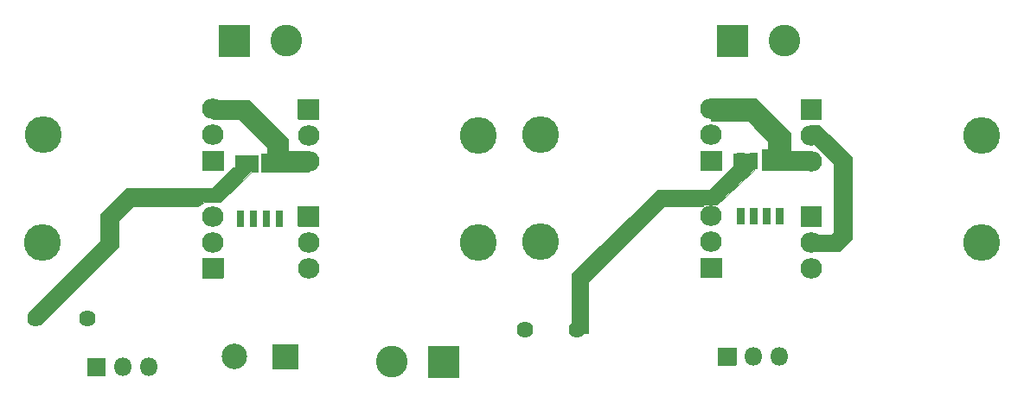
<source format=gbr>
%TF.GenerationSoftware,KiCad,Pcbnew,5.1.10-88a1d61d58~88~ubuntu20.04.1*%
%TF.CreationDate,2021-06-20T22:38:15+02:00*%
%TF.ProjectId,motor_driver_v1,6d6f746f-725f-4647-9269-7665725f7631,rev?*%
%TF.SameCoordinates,Original*%
%TF.FileFunction,Soldermask,Bot*%
%TF.FilePolarity,Negative*%
%FSLAX46Y46*%
G04 Gerber Fmt 4.6, Leading zero omitted, Abs format (unit mm)*
G04 Created by KiCad (PCBNEW 5.1.10-88a1d61d58~88~ubuntu20.04.1) date 2021-06-20 22:38:15*
%MOMM*%
%LPD*%
G01*
G04 APERTURE LIST*
%ADD10C,0.100000*%
%ADD11C,1.624000*%
%ADD12O,2.100000X2.005000*%
%ADD13O,3.600000X3.600000*%
%ADD14O,1.800000X1.800000*%
%ADD15C,3.100000*%
%ADD16C,2.500000*%
G04 APERTURE END LIST*
D10*
G36*
X101000000Y-59600000D02*
G01*
X100400000Y-59600000D01*
X97400000Y-62600000D01*
X95800000Y-62600000D01*
X95200000Y-63000000D01*
X88800000Y-63000000D01*
X87400000Y-64400000D01*
X87400000Y-67000000D01*
X79800000Y-74600000D01*
X78600000Y-73400000D01*
X85600000Y-66400000D01*
X85600000Y-63800000D01*
X88200000Y-61200000D01*
X96600000Y-61200000D01*
X98600000Y-59200000D01*
X98800000Y-59200000D01*
X98800000Y-58000000D01*
X101000000Y-58000000D01*
X101000000Y-59600000D01*
G37*
X101000000Y-59600000D02*
X100400000Y-59600000D01*
X97400000Y-62600000D01*
X95800000Y-62600000D01*
X95200000Y-63000000D01*
X88800000Y-63000000D01*
X87400000Y-64400000D01*
X87400000Y-67000000D01*
X79800000Y-74600000D01*
X78600000Y-73400000D01*
X85600000Y-66400000D01*
X85600000Y-63800000D01*
X88200000Y-61200000D01*
X96600000Y-61200000D01*
X98600000Y-59200000D01*
X98800000Y-59200000D01*
X98800000Y-58000000D01*
X101000000Y-58000000D01*
X101000000Y-59600000D01*
G36*
X104000000Y-56400000D02*
G01*
X104000000Y-57600000D01*
X106000000Y-57600000D01*
X106000000Y-59600000D01*
X101400000Y-59600000D01*
X101400000Y-57800000D01*
X102000000Y-57800000D01*
X102000000Y-57200000D01*
X99200000Y-54400000D01*
X96600000Y-54400000D01*
X96600000Y-52600000D01*
X100200000Y-52600000D01*
X104000000Y-56400000D01*
G37*
X104000000Y-56400000D02*
X104000000Y-57600000D01*
X106000000Y-57600000D01*
X106000000Y-59600000D01*
X101400000Y-59600000D01*
X101400000Y-57800000D01*
X102000000Y-57800000D01*
X102000000Y-57200000D01*
X99200000Y-54400000D01*
X96600000Y-54400000D01*
X96600000Y-52600000D01*
X100200000Y-52600000D01*
X104000000Y-56400000D01*
G36*
X149600000Y-59400000D02*
G01*
X146000000Y-62800000D01*
X144600000Y-62800000D01*
X144600000Y-63000000D01*
X140800000Y-63000000D01*
X133400000Y-70400000D01*
X133400000Y-75400000D01*
X131800000Y-75400000D01*
X131800000Y-69600000D01*
X140200000Y-61400000D01*
X145200000Y-61400000D01*
X147600000Y-59000000D01*
X147600000Y-57800000D01*
X149600000Y-57800000D01*
X149600000Y-59400000D01*
G37*
X149600000Y-59400000D02*
X146000000Y-62800000D01*
X144600000Y-62800000D01*
X144600000Y-63000000D01*
X140800000Y-63000000D01*
X133400000Y-70400000D01*
X133400000Y-75400000D01*
X131800000Y-75400000D01*
X131800000Y-69600000D01*
X140200000Y-61400000D01*
X145200000Y-61400000D01*
X147600000Y-59000000D01*
X147600000Y-57800000D01*
X149600000Y-57800000D01*
X149600000Y-59400000D01*
G36*
X153200000Y-55800000D02*
G01*
X153200000Y-57600000D01*
X155000000Y-57600000D01*
X155000000Y-59400000D01*
X150400000Y-59400000D01*
X150400000Y-57400000D01*
X151000000Y-57400000D01*
X151000000Y-56600000D01*
X149000000Y-54600000D01*
X145400000Y-54600000D01*
X145400000Y-52400000D01*
X149800000Y-52400000D01*
X153200000Y-55800000D01*
G37*
X153200000Y-55800000D02*
X153200000Y-57600000D01*
X155000000Y-57600000D01*
X155000000Y-59400000D01*
X150400000Y-59400000D01*
X150400000Y-57400000D01*
X151000000Y-57400000D01*
X151000000Y-56600000D01*
X149000000Y-54600000D01*
X145400000Y-54600000D01*
X145400000Y-52400000D01*
X149800000Y-52400000D01*
X153200000Y-55800000D01*
G36*
X159200000Y-58200000D02*
G01*
X159200000Y-66200000D01*
X158000000Y-67400000D01*
X155400000Y-67400000D01*
X155400000Y-65800000D01*
X157200000Y-65800000D01*
X157400000Y-65600000D01*
X157400000Y-58800000D01*
X155400000Y-56800000D01*
X155400000Y-55000000D01*
X156000000Y-55000000D01*
X159200000Y-58200000D01*
G37*
X159200000Y-58200000D02*
X159200000Y-66200000D01*
X158000000Y-67400000D01*
X155400000Y-67400000D01*
X155400000Y-65800000D01*
X157200000Y-65800000D01*
X157400000Y-65600000D01*
X157400000Y-58800000D01*
X155400000Y-56800000D01*
X155400000Y-55000000D01*
X156000000Y-55000000D01*
X159200000Y-58200000D01*
D11*
%TO.C,F2*%
X132300000Y-75100000D03*
X127200000Y-75100000D03*
%TD*%
D12*
%TO.C,Q8*%
X155225000Y-69080000D03*
X155225000Y-66540000D03*
G36*
G01*
X154225000Y-62997500D02*
X156225000Y-62997500D01*
G75*
G02*
X156275000Y-63047500I0J-50000D01*
G01*
X156275000Y-64952500D01*
G75*
G02*
X156225000Y-65002500I-50000J0D01*
G01*
X154225000Y-65002500D01*
G75*
G02*
X154175000Y-64952500I0J50000D01*
G01*
X154175000Y-63047500D01*
G75*
G02*
X154225000Y-62997500I50000J0D01*
G01*
G37*
D13*
X171885000Y-66540000D03*
%TD*%
D12*
%TO.C,Q7*%
X145410000Y-63960000D03*
X145410000Y-66500000D03*
G36*
G01*
X146410000Y-70042500D02*
X144410000Y-70042500D01*
G75*
G02*
X144360000Y-69992500I0J50000D01*
G01*
X144360000Y-68087500D01*
G75*
G02*
X144410000Y-68037500I50000J0D01*
G01*
X146410000Y-68037500D01*
G75*
G02*
X146460000Y-68087500I0J-50000D01*
G01*
X146460000Y-69992500D01*
G75*
G02*
X146410000Y-70042500I-50000J0D01*
G01*
G37*
D13*
X128750000Y-66500000D03*
%TD*%
D12*
%TO.C,Q4*%
X155219400Y-58572400D03*
X155219400Y-56032400D03*
G36*
G01*
X154219400Y-52489900D02*
X156219400Y-52489900D01*
G75*
G02*
X156269400Y-52539900I0J-50000D01*
G01*
X156269400Y-54444900D01*
G75*
G02*
X156219400Y-54494900I-50000J0D01*
G01*
X154219400Y-54494900D01*
G75*
G02*
X154169400Y-54444900I0J50000D01*
G01*
X154169400Y-52539900D01*
G75*
G02*
X154219400Y-52489900I50000J0D01*
G01*
G37*
D13*
X171879400Y-56032400D03*
%TD*%
D12*
%TO.C,Q3*%
X145410000Y-53460000D03*
X145410000Y-56000000D03*
G36*
G01*
X146410000Y-59542500D02*
X144410000Y-59542500D01*
G75*
G02*
X144360000Y-59492500I0J50000D01*
G01*
X144360000Y-57587500D01*
G75*
G02*
X144410000Y-57537500I50000J0D01*
G01*
X146410000Y-57537500D01*
G75*
G02*
X146460000Y-57587500I0J-50000D01*
G01*
X146460000Y-59492500D01*
G75*
G02*
X146410000Y-59542500I-50000J0D01*
G01*
G37*
D13*
X128750000Y-56000000D03*
%TD*%
D14*
%TO.C,J4*%
X152080000Y-77750000D03*
X149540000Y-77750000D03*
G36*
G01*
X147850000Y-78650000D02*
X146150000Y-78650000D01*
G75*
G02*
X146100000Y-78600000I0J50000D01*
G01*
X146100000Y-76900000D01*
G75*
G02*
X146150000Y-76850000I50000J0D01*
G01*
X147850000Y-76850000D01*
G75*
G02*
X147900000Y-76900000I0J-50000D01*
G01*
X147900000Y-78600000D01*
G75*
G02*
X147850000Y-78650000I-50000J0D01*
G01*
G37*
%TD*%
D15*
%TO.C,J3*%
X152580000Y-46750000D03*
G36*
G01*
X145950000Y-48250000D02*
X145950000Y-45250000D01*
G75*
G02*
X146000000Y-45200000I50000J0D01*
G01*
X149000000Y-45200000D01*
G75*
G02*
X149050000Y-45250000I0J-50000D01*
G01*
X149050000Y-48250000D01*
G75*
G02*
X149000000Y-48300000I-50000J0D01*
G01*
X146000000Y-48300000D01*
G75*
G02*
X145950000Y-48250000I0J50000D01*
G01*
G37*
%TD*%
%TO.C,IC4*%
G36*
G01*
X148720000Y-63197000D02*
X148720000Y-64725000D01*
G75*
G02*
X148670000Y-64775000I-50000J0D01*
G01*
X148020000Y-64775000D01*
G75*
G02*
X147970000Y-64725000I0J50000D01*
G01*
X147970000Y-63197000D01*
G75*
G02*
X148020000Y-63147000I50000J0D01*
G01*
X148670000Y-63147000D01*
G75*
G02*
X148720000Y-63197000I0J-50000D01*
G01*
G37*
G36*
G01*
X149990000Y-63197000D02*
X149990000Y-64725000D01*
G75*
G02*
X149940000Y-64775000I-50000J0D01*
G01*
X149290000Y-64775000D01*
G75*
G02*
X149240000Y-64725000I0J50000D01*
G01*
X149240000Y-63197000D01*
G75*
G02*
X149290000Y-63147000I50000J0D01*
G01*
X149940000Y-63147000D01*
G75*
G02*
X149990000Y-63197000I0J-50000D01*
G01*
G37*
G36*
G01*
X151260000Y-63197000D02*
X151260000Y-64725000D01*
G75*
G02*
X151210000Y-64775000I-50000J0D01*
G01*
X150560000Y-64775000D01*
G75*
G02*
X150510000Y-64725000I0J50000D01*
G01*
X150510000Y-63197000D01*
G75*
G02*
X150560000Y-63147000I50000J0D01*
G01*
X151210000Y-63147000D01*
G75*
G02*
X151260000Y-63197000I0J-50000D01*
G01*
G37*
G36*
G01*
X152530000Y-63197000D02*
X152530000Y-64725000D01*
G75*
G02*
X152480000Y-64775000I-50000J0D01*
G01*
X151830000Y-64775000D01*
G75*
G02*
X151780000Y-64725000I0J50000D01*
G01*
X151780000Y-63197000D01*
G75*
G02*
X151830000Y-63147000I50000J0D01*
G01*
X152480000Y-63147000D01*
G75*
G02*
X152530000Y-63197000I0J-50000D01*
G01*
G37*
G36*
G01*
X152530000Y-57775000D02*
X152530000Y-59303000D01*
G75*
G02*
X152480000Y-59353000I-50000J0D01*
G01*
X151830000Y-59353000D01*
G75*
G02*
X151780000Y-59303000I0J50000D01*
G01*
X151780000Y-57775000D01*
G75*
G02*
X151830000Y-57725000I50000J0D01*
G01*
X152480000Y-57725000D01*
G75*
G02*
X152530000Y-57775000I0J-50000D01*
G01*
G37*
G36*
G01*
X151260000Y-57775000D02*
X151260000Y-59303000D01*
G75*
G02*
X151210000Y-59353000I-50000J0D01*
G01*
X150560000Y-59353000D01*
G75*
G02*
X150510000Y-59303000I0J50000D01*
G01*
X150510000Y-57775000D01*
G75*
G02*
X150560000Y-57725000I50000J0D01*
G01*
X151210000Y-57725000D01*
G75*
G02*
X151260000Y-57775000I0J-50000D01*
G01*
G37*
G36*
G01*
X149990000Y-57775000D02*
X149990000Y-59303000D01*
G75*
G02*
X149940000Y-59353000I-50000J0D01*
G01*
X149290000Y-59353000D01*
G75*
G02*
X149240000Y-59303000I0J50000D01*
G01*
X149240000Y-57775000D01*
G75*
G02*
X149290000Y-57725000I50000J0D01*
G01*
X149940000Y-57725000D01*
G75*
G02*
X149990000Y-57775000I0J-50000D01*
G01*
G37*
G36*
G01*
X148720000Y-57775000D02*
X148720000Y-59303000D01*
G75*
G02*
X148670000Y-59353000I-50000J0D01*
G01*
X148020000Y-59353000D01*
G75*
G02*
X147970000Y-59303000I0J50000D01*
G01*
X147970000Y-57775000D01*
G75*
G02*
X148020000Y-57725000I50000J0D01*
G01*
X148670000Y-57725000D01*
G75*
G02*
X148720000Y-57775000I0J-50000D01*
G01*
G37*
%TD*%
D14*
%TO.C,J2*%
X90330000Y-78750000D03*
X87790000Y-78750000D03*
G36*
G01*
X86100000Y-79650000D02*
X84400000Y-79650000D01*
G75*
G02*
X84350000Y-79600000I0J50000D01*
G01*
X84350000Y-77900000D01*
G75*
G02*
X84400000Y-77850000I50000J0D01*
G01*
X86100000Y-77850000D01*
G75*
G02*
X86150000Y-77900000I0J-50000D01*
G01*
X86150000Y-79600000D01*
G75*
G02*
X86100000Y-79650000I-50000J0D01*
G01*
G37*
%TD*%
D12*
%TO.C,Q6*%
X106000000Y-69080000D03*
X106000000Y-66540000D03*
G36*
G01*
X105000000Y-62997500D02*
X107000000Y-62997500D01*
G75*
G02*
X107050000Y-63047500I0J-50000D01*
G01*
X107050000Y-64952500D01*
G75*
G02*
X107000000Y-65002500I-50000J0D01*
G01*
X105000000Y-65002500D01*
G75*
G02*
X104950000Y-64952500I0J50000D01*
G01*
X104950000Y-63047500D01*
G75*
G02*
X105000000Y-62997500I50000J0D01*
G01*
G37*
D13*
X122660000Y-66540000D03*
%TD*%
D12*
%TO.C,Q5*%
X96650000Y-63995000D03*
X96650000Y-66535000D03*
G36*
G01*
X97650000Y-70077500D02*
X95650000Y-70077500D01*
G75*
G02*
X95600000Y-70027500I0J50000D01*
G01*
X95600000Y-68122500D01*
G75*
G02*
X95650000Y-68072500I50000J0D01*
G01*
X97650000Y-68072500D01*
G75*
G02*
X97700000Y-68122500I0J-50000D01*
G01*
X97700000Y-70027500D01*
G75*
G02*
X97650000Y-70077500I-50000J0D01*
G01*
G37*
D13*
X79990000Y-66535000D03*
%TD*%
D12*
%TO.C,Q2*%
X106000000Y-58580000D03*
X106000000Y-56040000D03*
G36*
G01*
X105000000Y-52497500D02*
X107000000Y-52497500D01*
G75*
G02*
X107050000Y-52547500I0J-50000D01*
G01*
X107050000Y-54452500D01*
G75*
G02*
X107000000Y-54502500I-50000J0D01*
G01*
X105000000Y-54502500D01*
G75*
G02*
X104950000Y-54452500I0J50000D01*
G01*
X104950000Y-52547500D01*
G75*
G02*
X105000000Y-52497500I50000J0D01*
G01*
G37*
D13*
X122660000Y-56040000D03*
%TD*%
D12*
%TO.C,Q1*%
X96660000Y-53460000D03*
X96660000Y-56000000D03*
G36*
G01*
X97660000Y-59542500D02*
X95660000Y-59542500D01*
G75*
G02*
X95610000Y-59492500I0J50000D01*
G01*
X95610000Y-57587500D01*
G75*
G02*
X95660000Y-57537500I50000J0D01*
G01*
X97660000Y-57537500D01*
G75*
G02*
X97710000Y-57587500I0J-50000D01*
G01*
X97710000Y-59492500D01*
G75*
G02*
X97660000Y-59542500I-50000J0D01*
G01*
G37*
D13*
X80000000Y-56000000D03*
%TD*%
D15*
%TO.C,J5*%
X114170000Y-78250000D03*
G36*
G01*
X120800000Y-76750000D02*
X120800000Y-79750000D01*
G75*
G02*
X120750000Y-79800000I-50000J0D01*
G01*
X117750000Y-79800000D01*
G75*
G02*
X117700000Y-79750000I0J50000D01*
G01*
X117700000Y-76750000D01*
G75*
G02*
X117750000Y-76700000I50000J0D01*
G01*
X120750000Y-76700000D01*
G75*
G02*
X120800000Y-76750000I0J-50000D01*
G01*
G37*
%TD*%
%TO.C,J1*%
X103830000Y-46750000D03*
G36*
G01*
X97200000Y-48250000D02*
X97200000Y-45250000D01*
G75*
G02*
X97250000Y-45200000I50000J0D01*
G01*
X100250000Y-45200000D01*
G75*
G02*
X100300000Y-45250000I0J-50000D01*
G01*
X100300000Y-48250000D01*
G75*
G02*
X100250000Y-48300000I-50000J0D01*
G01*
X97250000Y-48300000D01*
G75*
G02*
X97200000Y-48250000I0J50000D01*
G01*
G37*
%TD*%
%TO.C,IC2*%
G36*
G01*
X99720000Y-63447000D02*
X99720000Y-64975000D01*
G75*
G02*
X99670000Y-65025000I-50000J0D01*
G01*
X99020000Y-65025000D01*
G75*
G02*
X98970000Y-64975000I0J50000D01*
G01*
X98970000Y-63447000D01*
G75*
G02*
X99020000Y-63397000I50000J0D01*
G01*
X99670000Y-63397000D01*
G75*
G02*
X99720000Y-63447000I0J-50000D01*
G01*
G37*
G36*
G01*
X100990000Y-63447000D02*
X100990000Y-64975000D01*
G75*
G02*
X100940000Y-65025000I-50000J0D01*
G01*
X100290000Y-65025000D01*
G75*
G02*
X100240000Y-64975000I0J50000D01*
G01*
X100240000Y-63447000D01*
G75*
G02*
X100290000Y-63397000I50000J0D01*
G01*
X100940000Y-63397000D01*
G75*
G02*
X100990000Y-63447000I0J-50000D01*
G01*
G37*
G36*
G01*
X102260000Y-63447000D02*
X102260000Y-64975000D01*
G75*
G02*
X102210000Y-65025000I-50000J0D01*
G01*
X101560000Y-65025000D01*
G75*
G02*
X101510000Y-64975000I0J50000D01*
G01*
X101510000Y-63447000D01*
G75*
G02*
X101560000Y-63397000I50000J0D01*
G01*
X102210000Y-63397000D01*
G75*
G02*
X102260000Y-63447000I0J-50000D01*
G01*
G37*
G36*
G01*
X103530000Y-63447000D02*
X103530000Y-64975000D01*
G75*
G02*
X103480000Y-65025000I-50000J0D01*
G01*
X102830000Y-65025000D01*
G75*
G02*
X102780000Y-64975000I0J50000D01*
G01*
X102780000Y-63447000D01*
G75*
G02*
X102830000Y-63397000I50000J0D01*
G01*
X103480000Y-63397000D01*
G75*
G02*
X103530000Y-63447000I0J-50000D01*
G01*
G37*
G36*
G01*
X103530000Y-58025000D02*
X103530000Y-59553000D01*
G75*
G02*
X103480000Y-59603000I-50000J0D01*
G01*
X102830000Y-59603000D01*
G75*
G02*
X102780000Y-59553000I0J50000D01*
G01*
X102780000Y-58025000D01*
G75*
G02*
X102830000Y-57975000I50000J0D01*
G01*
X103480000Y-57975000D01*
G75*
G02*
X103530000Y-58025000I0J-50000D01*
G01*
G37*
G36*
G01*
X102260000Y-58025000D02*
X102260000Y-59553000D01*
G75*
G02*
X102210000Y-59603000I-50000J0D01*
G01*
X101560000Y-59603000D01*
G75*
G02*
X101510000Y-59553000I0J50000D01*
G01*
X101510000Y-58025000D01*
G75*
G02*
X101560000Y-57975000I50000J0D01*
G01*
X102210000Y-57975000D01*
G75*
G02*
X102260000Y-58025000I0J-50000D01*
G01*
G37*
G36*
G01*
X100990000Y-58025000D02*
X100990000Y-59553000D01*
G75*
G02*
X100940000Y-59603000I-50000J0D01*
G01*
X100290000Y-59603000D01*
G75*
G02*
X100240000Y-59553000I0J50000D01*
G01*
X100240000Y-58025000D01*
G75*
G02*
X100290000Y-57975000I50000J0D01*
G01*
X100940000Y-57975000D01*
G75*
G02*
X100990000Y-58025000I0J-50000D01*
G01*
G37*
G36*
G01*
X99720000Y-58025000D02*
X99720000Y-59553000D01*
G75*
G02*
X99670000Y-59603000I-50000J0D01*
G01*
X99020000Y-59603000D01*
G75*
G02*
X98970000Y-59553000I0J50000D01*
G01*
X98970000Y-58025000D01*
G75*
G02*
X99020000Y-57975000I50000J0D01*
G01*
X99670000Y-57975000D01*
G75*
G02*
X99720000Y-58025000I0J-50000D01*
G01*
G37*
%TD*%
D11*
%TO.C,F1*%
X79250000Y-74000000D03*
X84350000Y-74000000D03*
%TD*%
D16*
%TO.C,C5*%
X98750000Y-77750000D03*
G36*
G01*
X105000000Y-76550000D02*
X105000000Y-78950000D01*
G75*
G02*
X104950000Y-79000000I-50000J0D01*
G01*
X102550000Y-79000000D01*
G75*
G02*
X102500000Y-78950000I0J50000D01*
G01*
X102500000Y-76550000D01*
G75*
G02*
X102550000Y-76500000I50000J0D01*
G01*
X104950000Y-76500000D01*
G75*
G02*
X105000000Y-76550000I0J-50000D01*
G01*
G37*
%TD*%
M02*

</source>
